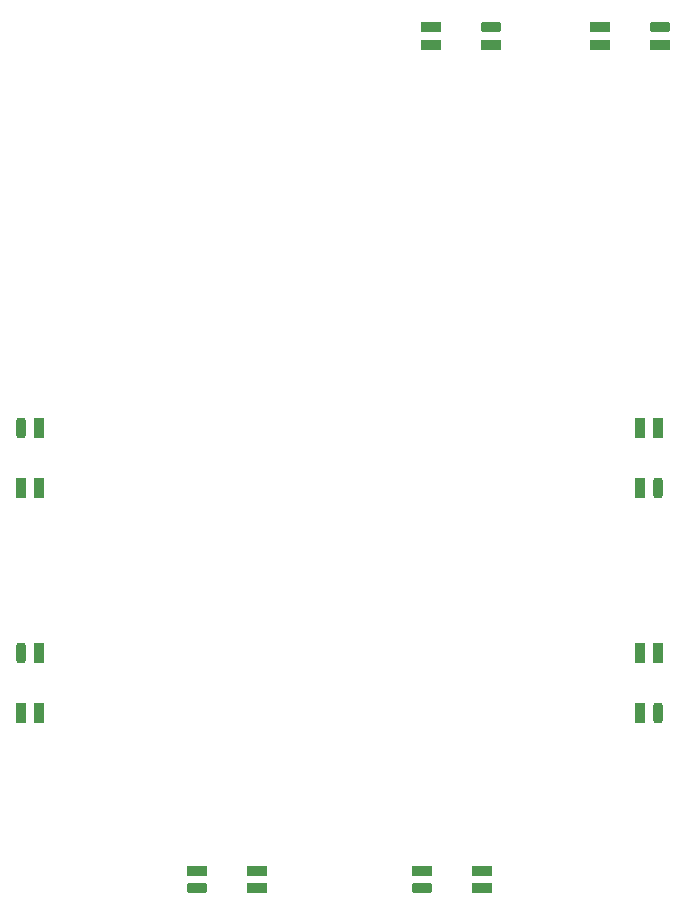
<source format=gbr>
%TF.GenerationSoftware,KiCad,Pcbnew,9.0.3*%
%TF.CreationDate,2025-07-17T06:47:07+08:00*%
%TF.ProjectId,bongopad,626f6e67-6f70-4616-942e-6b696361645f,v1.1*%
%TF.SameCoordinates,Original*%
%TF.FileFunction,Paste,Top*%
%TF.FilePolarity,Positive*%
%FSLAX46Y46*%
G04 Gerber Fmt 4.6, Leading zero omitted, Abs format (unit mm)*
G04 Created by KiCad (PCBNEW 9.0.3) date 2025-07-17 06:47:07*
%MOMM*%
%LPD*%
G01*
G04 APERTURE LIST*
G04 Aperture macros list*
%AMRoundRect*
0 Rectangle with rounded corners*
0 $1 Rounding radius*
0 $2 $3 $4 $5 $6 $7 $8 $9 X,Y pos of 4 corners*
0 Add a 4 corners polygon primitive as box body*
4,1,4,$2,$3,$4,$5,$6,$7,$8,$9,$2,$3,0*
0 Add four circle primitives for the rounded corners*
1,1,$1+$1,$2,$3*
1,1,$1+$1,$4,$5*
1,1,$1+$1,$6,$7*
1,1,$1+$1,$8,$9*
0 Add four rect primitives between the rounded corners*
20,1,$1+$1,$2,$3,$4,$5,0*
20,1,$1+$1,$4,$5,$6,$7,0*
20,1,$1+$1,$6,$7,$8,$9,0*
20,1,$1+$1,$8,$9,$2,$3,0*%
G04 Aperture macros list end*
%ADD10R,0.820000X1.700000*%
%ADD11RoundRect,0.205000X0.205000X-0.645000X0.205000X0.645000X-0.205000X0.645000X-0.205000X-0.645000X0*%
%ADD12R,1.700000X0.820000*%
%ADD13RoundRect,0.205000X0.645000X0.205000X-0.645000X0.205000X-0.645000X-0.205000X0.645000X-0.205000X0*%
%ADD14RoundRect,0.205000X-0.205000X0.645000X-0.205000X-0.645000X0.205000X-0.645000X0.205000X0.645000X0*%
%ADD15RoundRect,0.205000X-0.645000X-0.205000X0.645000X-0.205000X0.645000X0.205000X-0.645000X0.205000X0*%
G04 APERTURE END LIST*
D10*
%TO.C,LED1*%
X126162500Y-108118750D03*
X124662500Y-108118750D03*
D11*
X124662500Y-103018750D03*
D10*
X126162500Y-103018750D03*
%TD*%
D12*
%TO.C,LED4*%
X163681250Y-140537500D03*
X163681250Y-142037500D03*
D13*
X158581250Y-142037500D03*
D12*
X158581250Y-140537500D03*
%TD*%
D10*
%TO.C,LED5*%
X177050000Y-122068750D03*
X178550000Y-122068750D03*
D14*
X178550000Y-127168750D03*
D10*
X177050000Y-127168750D03*
%TD*%
%TO.C,LED6*%
X177050000Y-103018750D03*
X178550000Y-103018750D03*
D14*
X178550000Y-108118750D03*
D10*
X177050000Y-108118750D03*
%TD*%
D12*
%TO.C,LED7*%
X173662500Y-70600000D03*
X173662500Y-69100000D03*
D15*
X178762500Y-69100000D03*
D12*
X178762500Y-70600000D03*
%TD*%
%TO.C,LED8*%
X159375000Y-70600000D03*
X159375000Y-69100000D03*
D15*
X164475000Y-69100000D03*
D12*
X164475000Y-70600000D03*
%TD*%
%TO.C,LED3*%
X144631250Y-140537500D03*
X144631250Y-142037500D03*
D13*
X139531250Y-142037500D03*
D12*
X139531250Y-140537500D03*
%TD*%
D10*
%TO.C,LED2*%
X126162500Y-127168750D03*
X124662500Y-127168750D03*
D11*
X124662500Y-122068750D03*
D10*
X126162500Y-122068750D03*
%TD*%
M02*

</source>
